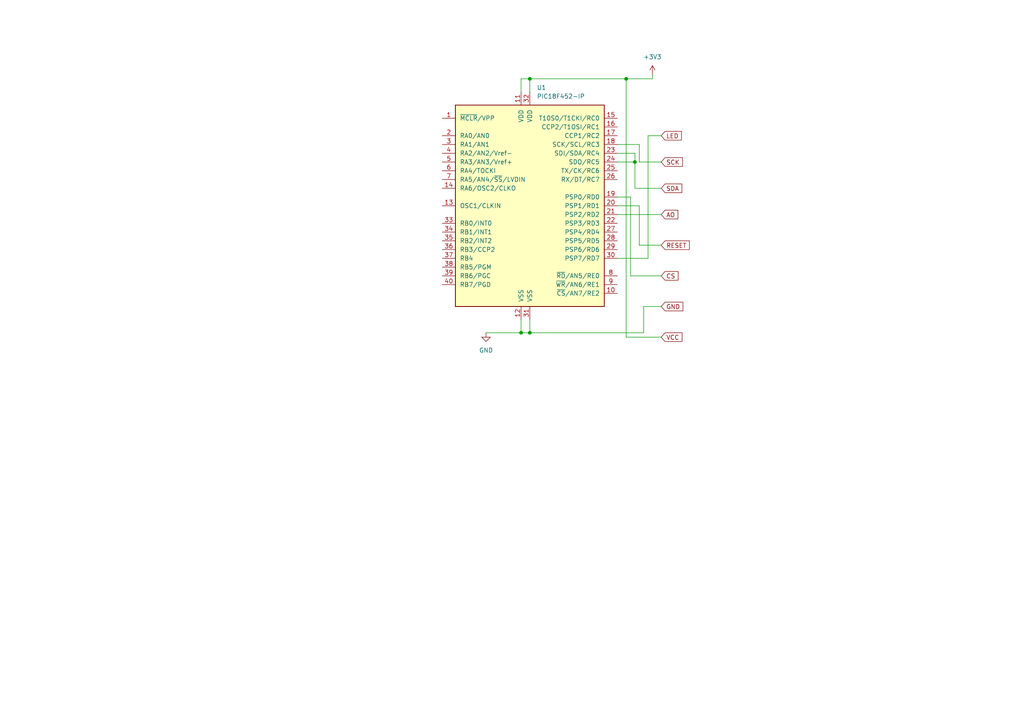
<source format=kicad_sch>
(kicad_sch (version 20211123) (generator eeschema)
  (paper "A4")
  (lib_symbols
    (symbol "MCU_Microchip_PIC18:PIC18F452-IP" (pin_names (offset 1.27))
      (property "Reference" "U" (at -20.32 30.48 0))
      (property "Value" "PIC18F452-IP" (at 12.7 -30.48 0))
      (symbol "PIC18F452-IP_0_1"
        (rectangle (start -21.59 -29.21) (end 21.59 29.21) (stroke (width 0.254)) (fill (type background)))
      )
      (symbol "PIC18F452-IP_1_1"
        (pin input line (at -25.4 25.4 0) (length 3.81) (name "~{MCLR}/VPP") (number "1"))
        (pin bidirectional line (at 25.4 -25.4 180) (length 3.81) (name "~{CS}/AN7/RE2") (number "10"))
        (pin power_in line (at -2.54 33.02 270) (length 3.81) (name "VDD") (number "11"))
        (pin power_in line (at -2.54 -33.02 90) (length 3.81) (name "VSS") (number "12"))
        (pin input line (at -25.4 0 0) (length 3.81) (name "OSC1/CLKIN") (number "13"))
        (pin output line (at -25.4 5.08 0) (length 3.81) (name "RA6/OSC2/CLKO") (number "14"))
        (pin bidirectional line (at 25.4 25.4 180) (length 3.81) (name "T10S0/T1CKI/RC0") (number "15"))
        (pin bidirectional line (at 25.4 22.86 180) (length 3.81) (name "CCP2/T1OSI/RC1") (number "16"))
        (pin bidirectional line (at 25.4 20.32 180) (length 3.81) (name "CCP1/RC2") (number "17"))
        (pin bidirectional line (at 25.4 17.78 180) (length 3.81) (name "SCK/SCL/RC3") (number "18"))
        (pin bidirectional line (at 25.4 2.54 180) (length 3.81) (name "PSP0/RD0") (number "19"))
        (pin bidirectional line (at -25.4 20.32 0) (length 3.81) (name "RA0/AN0") (number "2"))
        (pin bidirectional line (at 25.4 0 180) (length 3.81) (name "PSP1/RD1") (number "20"))
        (pin bidirectional line (at 25.4 -2.54 180) (length 3.81) (name "PSP2/RD2") (number "21"))
        (pin bidirectional line (at 25.4 -5.08 180) (length 3.81) (name "PSP3/RD3") (number "22"))
        (pin bidirectional line (at 25.4 15.24 180) (length 3.81) (name "SDI/SDA/RC4") (number "23"))
        (pin bidirectional line (at 25.4 12.7 180) (length 3.81) (name "SDO/RC5") (number "24"))
        (pin bidirectional line (at 25.4 10.16 180) (length 3.81) (name "TX/CK/RC6") (number "25"))
        (pin bidirectional line (at 25.4 7.62 180) (length 3.81) (name "RX/DT/RC7") (number "26"))
        (pin bidirectional line (at 25.4 -7.62 180) (length 3.81) (name "PSP4/RD4") (number "27"))
        (pin bidirectional line (at 25.4 -10.16 180) (length 3.81) (name "PSP5/RD5") (number "28"))
        (pin bidirectional line (at 25.4 -12.7 180) (length 3.81) (name "PSP6/RD6") (number "29"))
        (pin bidirectional line (at -25.4 17.78 0) (length 3.81) (name "RA1/AN1") (number "3"))
        (pin bidirectional line (at 25.4 -15.24 180) (length 3.81) (name "PSP7/RD7") (number "30"))
        (pin power_in line (at 0 -33.02 90) (length 3.81) (name "VSS") (number "31"))
        (pin power_in line (at 0 33.02 270) (length 3.81) (name "VDD") (number "32"))
        (pin bidirectional line (at -25.4 -5.08 0) (length 3.81) (name "RB0/INT0") (number "33"))
        (pin bidirectional line (at -25.4 -7.62 0) (length 3.81) (name "RB1/INT1") (number "34"))
        (pin bidirectional line (at -25.4 -10.16 0) (length 3.81) (name "RB2/INT2") (number "35"))
        (pin bidirectional line (at -25.4 -12.7 0) (length 3.81) (name "RB3/CCP2") (number "36"))
        (pin bidirectional line (at -25.4 -15.24 0) (length 3.81) (name "RB4") (number "37"))
        (pin bidirectional line (at -25.4 -17.78 0) (length 3.81) (name "RB5/PGM") (number "38"))
        (pin bidirectional line (at -25.4 -20.32 0) (length 3.81) (name "RB6/PGC") (number "39"))
        (pin bidirectional line (at -25.4 15.24 0) (length 3.81) (name "RA2/AN2/Vref-") (number "4"))
        (pin bidirectional line (at -25.4 -22.86 0) (length 3.81) (name "RB7/PGD") (number "40"))
        (pin bidirectional line (at -25.4 12.7 0) (length 3.81) (name "RA3/AN3/Vref+") (number "5"))
        (pin bidirectional line (at -25.4 10.16 0) (length 3.81) (name "RA4/TOCKI") (number "6"))
        (pin bidirectional line (at -25.4 7.62 0) (length 3.81) (name "RA5/AN4/~{SS}/LVDIN") (number "7"))
        (pin bidirectional line (at 25.4 -20.32 180) (length 3.81) (name "~{RD}/AN5/RE0") (number "8"))
        (pin bidirectional line (at 25.4 -22.86 180) (length 3.81) (name "~{WR}/AN6/RE1") (number "9"))
      )
    )
    (symbol "power:+3V3" (power) (pin_names (offset 0))
      (property "Value" "+3V3" (at 0 3.556 0))
      (symbol "+3V3_0_1"
        (polyline (pts (xy -0.762 1.27) (xy 0 2.54)))
        (polyline (pts (xy 0 0) (xy 0 2.54)))
        (polyline (pts (xy 0 2.54) (xy 0.762 1.27)))
      )
      (symbol "+3V3_1_1"
        (pin power_in line (at 0 0 90) (length 0) hide (name "+3V3") (number "1"))
      )
    )
    (symbol "power:GND" (power) (pin_names (offset 0))
      (property "Value" "GND" (at 0 -3.81 0))
      (symbol "GND_0_1"
        (polyline (pts (xy 0 0) (xy 0 -1.27) (xy 1.27 -1.27) (xy 0 -2.54) (xy -1.27 -1.27) (xy 0 -1.27)))
      )
      (symbol "GND_1_1"
        (pin power_in line (at 0 0 270) (length 0) hide (name "GND") (number "1"))
      )
    )
  )
  (junction (at 153.67 22.86))
  (junction (at 153.67 96.52))
  (junction (at 151.13 96.52))
  (junction (at 181.61 22.86))
  (junction (at 184.15 46.99))
  (wire (pts (xy 181.61 97.79) (xy 181.61 22.86)))
  (wire (pts (xy 153.67 22.86) (xy 181.61 22.86)))
  (wire (pts (xy 185.42 71.12) (xy 185.42 59.69)))
  (wire (pts (xy 153.67 92.71) (xy 153.67 96.52)))
  (wire (pts (xy 185.42 46.99) (xy 185.42 41.91)))
  (wire (pts (xy 182.88 57.15) (xy 179.07 57.15)))
  (wire (pts (xy 184.15 44.45) (xy 179.07 44.45)))
  (wire (pts (xy 153.67 22.86) (xy 153.67 26.67)))
  (wire (pts (xy 186.69 88.9) (xy 186.69 96.52)))
  (wire (pts (xy 185.42 59.69) (xy 179.07 59.69)))
  (wire (pts (xy 151.13 22.86) (xy 151.13 26.67)))
  (wire (pts (xy 185.42 41.91) (xy 179.07 41.91)))
  (wire (pts (xy 179.07 74.93) (xy 187.96 74.93)))
  (wire (pts (xy 186.69 96.52) (xy 153.67 96.52)))
  (wire (pts (xy 182.88 80.01) (xy 182.88 57.15)))
  (wire (pts (xy 191.77 46.99) (xy 185.42 46.99)))
  (wire (pts (xy 179.07 46.99) (xy 184.15 46.99)))
  (wire (pts (xy 151.13 92.71) (xy 151.13 96.52)))
  (wire (pts (xy 187.96 74.93) (xy 187.96 39.37)))
  (wire (pts (xy 151.13 22.86) (xy 153.67 22.86)))
  (wire (pts (xy 179.07 62.23) (xy 191.77 62.23)))
  (wire (pts (xy 153.67 96.52) (xy 151.13 96.52)))
  (wire (pts (xy 184.15 46.99) (xy 184.15 44.45)))
  (wire (pts (xy 191.77 97.79) (xy 181.61 97.79)))
  (wire (pts (xy 181.61 22.86) (xy 189.23 22.86)))
  (wire (pts (xy 191.77 80.01) (xy 182.88 80.01)))
  (wire (pts (xy 187.96 39.37) (xy 191.77 39.37)))
  (wire (pts (xy 140.97 96.52) (xy 151.13 96.52)))
  (wire (pts (xy 184.15 54.61) (xy 184.15 46.99)))
  (wire (pts (xy 191.77 71.12) (xy 185.42 71.12)))
  (wire (pts (xy 191.77 54.61) (xy 184.15 54.61)))
  (wire (pts (xy 191.77 88.9) (xy 186.69 88.9)))
  (wire (pts (xy 189.23 22.86) (xy 189.23 21.59)))
  (global_label "RESET" (shape input) (at 191.77 71.12 0) (property "Intersheet References" "${INTERSHEET_REFS}" (effects hide)))
  (global_label "SDA" (shape input) (at 191.77 54.61 0) (property "Intersheet References" "${INTERSHEET_REFS}" (effects hide)))
  (global_label "LED" (shape input) (at 191.77 39.37 0) (property "Intersheet References" "${INTERSHEET_REFS}" (effects hide)))
  (global_label "VCC" (shape input) (at 191.77 97.79 0) (property "Intersheet References" "${INTERSHEET_REFS}" (effects hide)))
  (global_label "CS" (shape input) (at 191.77 80.01 0) (property "Intersheet References" "${INTERSHEET_REFS}" (effects hide)))
  (global_label "AO" (shape input) (at 191.77 62.23 0) (property "Intersheet References" "${INTERSHEET_REFS}" (effects hide)))
  (global_label "SCK" (shape input) (at 191.77 46.99 0) (property "Intersheet References" "${INTERSHEET_REFS}" (effects hide)))
  (global_label "GND" (shape input) (at 191.77 88.9 0) (property "Intersheet References" "${INTERSHEET_REFS}" (effects hide)))
  (symbol (lib_id "power:+3V3") (at 189.23 21.59 0) (unit 1)
    (property "Reference" "#PWR02" (effects hide))
    (property "Value" "+3V3" (at 189.23 16.51 0))
  )
  (symbol (lib_id "power:GND") (at 140.97 96.52 0) (unit 1)
    (property "Reference" "#PWR01" (effects hide))
    (property "Value" "GND" (at 140.97 101.6 0))
  )
  (symbol (lib_id "MCU_Microchip_PIC18:PIC18F452-IP") (at 153.67 59.69 0) (unit 1)
    (property "Reference" "U1" (at 155.6894 25.4 0) (effects (justify left)))
    (property "Value" "PIC18F452-IP" (at 155.6894 27.94 0) (effects (justify left)))
    (property "Footprint" "Package_DIP:DIP-40_W15.24mm" (effects hide))
    (property "Datasheet" "http://ww1.microchip.com/downloads/en/DeviceDoc/39564c.pdf" (effects hide))
  )
)
</source>
